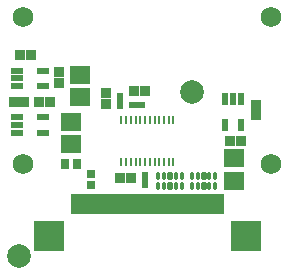
<source format=gts>
G04*
G04 #@! TF.GenerationSoftware,Altium Limited,Altium Designer,20.0.13 (296)*
G04*
G04 Layer_Color=8388736*
%FSLAX44Y44*%
%MOMM*%
G71*
G01*
G75*
%ADD28R,0.5000X1.0000*%
%ADD29R,1.0000X0.5000*%
%ADD30R,0.7532X0.6532*%
%ADD31R,0.7532X0.8532*%
%ADD32R,0.2500X0.7500*%
%ADD33R,2.6032X2.6032*%
%ADD34R,0.5032X1.8032*%
%ADD35R,2.6032X2.6032*%
%ADD36C,2.0000*%
%ADD37R,1.7032X1.5032*%
G04:AMPARAMS|DCode=38|XSize=0.34mm|YSize=0.705mm|CornerRadius=0.12mm|HoleSize=0mm|Usage=FLASHONLY|Rotation=180.000|XOffset=0mm|YOffset=0mm|HoleType=Round|Shape=RoundedRectangle|*
%AMROUNDEDRECTD38*
21,1,0.3400,0.4650,0,0,180.0*
21,1,0.1000,0.7050,0,0,180.0*
1,1,0.2400,-0.0500,0.2325*
1,1,0.2400,0.0500,0.2325*
1,1,0.2400,0.0500,-0.2325*
1,1,0.2400,-0.0500,-0.2325*
%
%ADD38ROUNDEDRECTD38*%
G04:AMPARAMS|DCode=39|XSize=0.54mm|YSize=0.705mm|CornerRadius=0.12mm|HoleSize=0mm|Usage=FLASHONLY|Rotation=180.000|XOffset=0mm|YOffset=0mm|HoleType=Round|Shape=RoundedRectangle|*
%AMROUNDEDRECTD39*
21,1,0.5400,0.4650,0,0,180.0*
21,1,0.3000,0.7050,0,0,180.0*
1,1,0.2400,-0.1500,0.2325*
1,1,0.2400,0.1500,0.2325*
1,1,0.2400,0.1500,-0.2325*
1,1,0.2400,-0.1500,-0.2325*
%
%ADD39ROUNDEDRECTD39*%
%ADD40R,0.8232X0.8232*%
%ADD41R,0.8232X0.8232*%
%ADD42R,0.6232X0.6632*%
%ADD43R,0.6632X0.6232*%
%ADD44C,1.7272*%
D28*
X66050Y-202275D02*
D03*
Y-180275D02*
D03*
X79050Y-202275D02*
D03*
Y-180275D02*
D03*
X72550D02*
D03*
D29*
X-110700Y-202750D02*
D03*
Y-196250D02*
D03*
X-88700D02*
D03*
X-110700Y-209250D02*
D03*
X-88700D02*
D03*
X-88450Y-169525D02*
D03*
X-110450D02*
D03*
X-88450Y-156525D02*
D03*
X-110450D02*
D03*
Y-163025D02*
D03*
D30*
X-47500Y-253509D02*
D03*
Y-244509D02*
D03*
D31*
X-70000Y-236000D02*
D03*
X-60000D02*
D03*
D32*
X-22000Y-198500D02*
D03*
X-18000D02*
D03*
X-14000D02*
D03*
X-10000D02*
D03*
X-6000D02*
D03*
X-2000D02*
D03*
X2000D02*
D03*
X6000D02*
D03*
X10000D02*
D03*
X14000D02*
D03*
X18000D02*
D03*
X22000D02*
D03*
X-22000Y-234000D02*
D03*
X-18000D02*
D03*
X-14000D02*
D03*
X-10000D02*
D03*
X-6000D02*
D03*
X-2000D02*
D03*
X2000D02*
D03*
X6000D02*
D03*
X10000D02*
D03*
X14000D02*
D03*
X18000D02*
D03*
X22000D02*
D03*
D33*
X83500Y-296260D02*
D03*
D34*
X57500Y-269760D02*
D03*
X62500D02*
D03*
X37500D02*
D03*
X42500D02*
D03*
X47500D02*
D03*
X52500D02*
D03*
X-2500D02*
D03*
X-62500D02*
D03*
X-57500D02*
D03*
X-52500D02*
D03*
X-47500D02*
D03*
X-42500D02*
D03*
X-37500D02*
D03*
X-32500D02*
D03*
X-27500D02*
D03*
X-22500D02*
D03*
X-17500D02*
D03*
X-12500D02*
D03*
X-7500D02*
D03*
X2500D02*
D03*
X7500D02*
D03*
X12500D02*
D03*
X17500D02*
D03*
X22500D02*
D03*
X27500D02*
D03*
X32500D02*
D03*
D35*
X-83500Y-296260D02*
D03*
D36*
X-109000Y-313250D02*
D03*
X37500Y-175000D02*
D03*
D37*
X73675Y-230800D02*
D03*
Y-249800D02*
D03*
X-65075Y-219025D02*
D03*
Y-200025D02*
D03*
X-56850Y-179200D02*
D03*
Y-160200D02*
D03*
D38*
X29125Y-254425D02*
D03*
X24125D02*
D03*
X14125D02*
D03*
X9125D02*
D03*
Y-246075D02*
D03*
X14125D02*
D03*
X24125D02*
D03*
X29125D02*
D03*
X57500Y-254425D02*
D03*
X52500D02*
D03*
X42500D02*
D03*
X37500D02*
D03*
Y-246075D02*
D03*
X42500D02*
D03*
X52500D02*
D03*
X57500D02*
D03*
D39*
X19125Y-254425D02*
D03*
Y-246075D02*
D03*
X47500Y-254425D02*
D03*
Y-246075D02*
D03*
D40*
X70300Y-216275D02*
D03*
X79300D02*
D03*
X-91425Y-183150D02*
D03*
X-82425D02*
D03*
X-104150Y-183200D02*
D03*
X-113150D02*
D03*
X-98475Y-143550D02*
D03*
X-107475D02*
D03*
X-23300Y-247750D02*
D03*
X-14300D02*
D03*
X-2225Y-173825D02*
D03*
X-11225D02*
D03*
D41*
X92200Y-194450D02*
D03*
Y-185450D02*
D03*
X-74675Y-158125D02*
D03*
Y-167125D02*
D03*
X-35125Y-175800D02*
D03*
Y-184800D02*
D03*
D42*
X-2125Y-252575D02*
D03*
Y-245975D02*
D03*
X-23300Y-179000D02*
D03*
Y-185600D02*
D03*
D43*
X-5425Y-185800D02*
D03*
X-12025D02*
D03*
D44*
X105000Y-235940D02*
D03*
X-105000D02*
D03*
X105000Y-110940D02*
D03*
X-105000D02*
D03*
M02*

</source>
